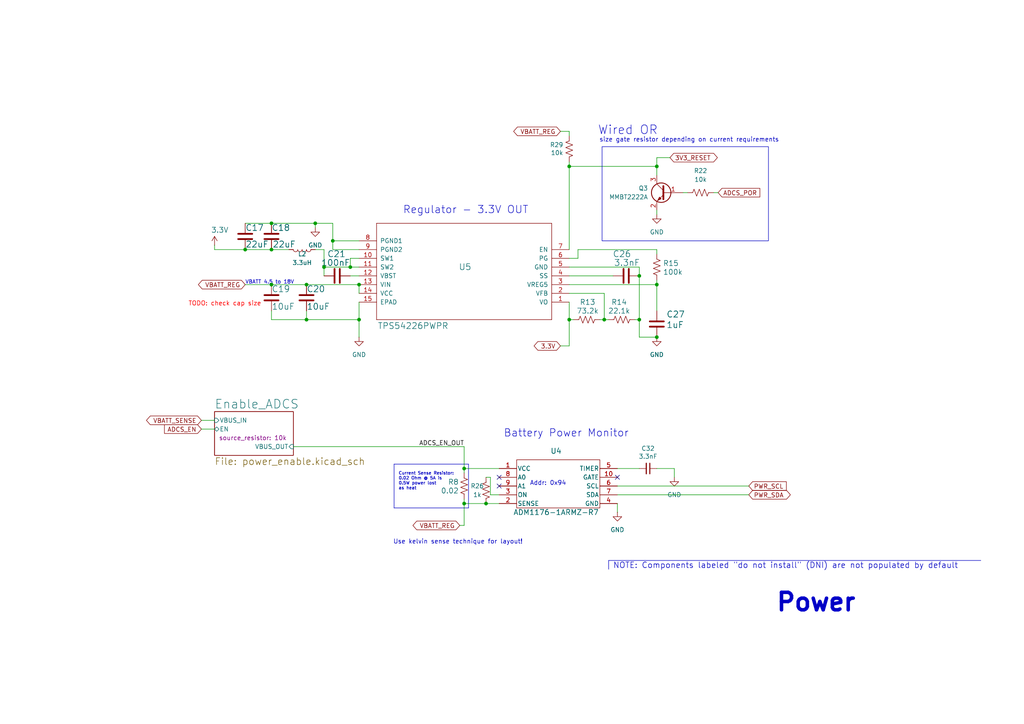
<source format=kicad_sch>
(kicad_sch (version 20250114) (generator "eeschema") (generator_version "9.0")
  (paper "A4")
  (title_block (title "ADCS Main Board") (date "2025-03-23") (rev "v1.2") (company "Stanford Student Space Initiative") (comment 1 "Sage Wu") (comment 2 "From PiCubed"))
  (lib_symbols
    (symbol "Device:C" (pin_numbers (hide yes)) (pin_names (offset 0.254))
      (property "Reference" "C" (at 0.635 2.54 0))
      (property "Value" "C" (at 0.635 -2.54 0))
      (symbol "C_0_1"
        (polyline (pts (xy -2.032 0.762) (xy 2.032 0.762)) (stroke (width 0.508)))
        (polyline (pts (xy -2.032 -0.762) (xy 2.032 -0.762)) (stroke (width 0.508)))
      )
      (symbol "C_1_1"
        (pin passive line (at 0 3.81 270) (length 2.794) (name "~") (number "1"))
        (pin passive line (at 0 -3.81 90) (length 2.794) (name "~") (number "2"))
      )
    )
    (symbol "Device:C_Small" (pin_numbers (hide yes)) (pin_names (offset 0.254) (hide yes))
      (property "Reference" "C" (at 0.254 1.778 0))
      (property "Value" "C_Small" (at 0.254 -2.032 0))
      (symbol "C_Small_0_1"
        (polyline (pts (xy -1.524 0.508) (xy 1.524 0.508)) (stroke (width 0.3048)))
        (polyline (pts (xy -1.524 -0.508) (xy 1.524 -0.508)) (stroke (width 0.3302)))
      )
      (symbol "C_Small_1_1"
        (pin passive line (at 0 2.54 270) (length 2.032) (name "~") (number "1"))
        (pin passive line (at 0 -2.54 90) (length 2.032) (name "~") (number "2"))
      )
    )
    (symbol "Device:L" (pin_numbers (hide yes)) (pin_names (offset 1.016) (hide yes))
      (property "Reference" "L" (at -1.27 0 90))
      (property "Value" "L" (at 1.905 0 90))
      (symbol "L_0_1"
        (arc (start 0 2.54) (mid 0.6323 1.905) (end 0 1.27))
        (arc (start 0 1.27) (mid 0.6323 0.635) (end 0 0))
        (arc (start 0 0) (mid 0.6323 -0.635) (end 0 -1.27))
        (arc (start 0 -1.27) (mid 0.6323 -1.905) (end 0 -2.54))
      )
      (symbol "L_1_1"
        (pin passive line (at 0 3.81 270) (length 1.27) (name "1") (number "1"))
        (pin passive line (at 0 -3.81 90) (length 1.27) (name "2") (number "2"))
      )
    )
    (symbol "Device:R_US" (pin_numbers (hide yes)) (pin_names (offset 0))
      (property "Reference" "R" (at 2.54 0 90))
      (property "Value" "R_US" (at -2.54 0 90))
      (symbol "R_US_0_1"
        (polyline (pts (xy 0 2.286) (xy 0 2.54)))
        (polyline (pts (xy 0 2.286) (xy 1.016 1.905) (xy 0 1.524) (xy -1.016 1.143) (xy 0 0.762)))
        (polyline (pts (xy 0 0.762) (xy 1.016 0.381) (xy 0 0) (xy -1.016 -0.381) (xy 0 -0.762)))
        (polyline (pts (xy 0 -0.762) (xy 1.016 -1.143) (xy 0 -1.524) (xy -1.016 -1.905) (xy 0 -2.286)))
        (polyline (pts (xy 0 -2.286) (xy 0 -2.54)))
      )
      (symbol "R_US_1_1"
        (pin passive line (at 0 3.81 270) (length 1.27) (name "~") (number "1"))
        (pin passive line (at 0 -3.81 90) (length 1.27) (name "~") (number "2"))
      )
    )
    (symbol "Transistor_BJT:MMBT2222A" (pin_names (offset 0) (hide yes))
      (property "Reference" "Q" (at 5.08 1.905 0))
      (property "Value" "MMBT2222A" (at 5.08 0 0))
      (symbol "MMBT2222A_0_1"
        (polyline (pts (xy 0.635 1.905) (xy 0.635 -1.905) (xy 0.635 -1.905)) (stroke (width 0.508)))
        (polyline (pts (xy 0.635 0.635) (xy 2.54 2.54)))
        (polyline (pts (xy 0.635 -0.635) (xy 2.54 -2.54) (xy 2.54 -2.54)))
        (circle (center 1.27 0) (radius 2.8194) (stroke (width 0.254)))
        (polyline (pts (xy 1.27 -1.778) (xy 1.778 -1.27) (xy 2.286 -2.286) (xy 1.27 -1.778) (xy 1.27 -1.778)) (fill (type outline)))
      )
      (symbol "MMBT2222A_1_1"
        (pin input line (at -5.08 0 0) (length 5.715) (name "B") (number "1"))
        (pin passive line (at 2.54 5.08 270) (length 2.54) (name "C") (number "3"))
        (pin passive line (at 2.54 -5.08 90) (length 2.54) (name "E") (number "2"))
      )
    )
    (symbol "power:+3.3V" (power) (pin_numbers (hide yes)) (pin_names (offset 0) (hide yes))
      (property "Value" "+3.3V" (at 0 3.556 0))
      (symbol "+3.3V_0_1"
        (polyline (pts (xy -0.762 1.27) (xy 0 2.54)))
        (polyline (pts (xy 0 2.54) (xy 0.762 1.27)))
        (polyline (pts (xy 0 0) (xy 0 2.54)))
      )
      (symbol "+3.3V_1_1"
        (pin power_in line (at 0 0 90) (length 0) (name "~") (number "1"))
      )
    )
    (symbol "power:GND" (power) (pin_numbers (hide yes)) (pin_names (offset 0) (hide yes))
      (property "Value" "GND" (at 0 -3.81 0))
      (symbol "GND_0_1"
        (polyline (pts (xy 0 0) (xy 0 -1.27) (xy 1.27 -1.27) (xy 0 -2.54) (xy -1.27 -1.27) (xy 0 -1.27)))
      )
      (symbol "GND_1_1"
        (pin power_in line (at 0 0 270) (length 0) (name "~") (number "1"))
      )
    )
    (symbol "ssi_IC:ADM1176-1ARMZ-R7" (pin_names (offset 0.254))
      (property "Reference" "U?" (at 19.05 -10.16 0))
      (property "Value" "ADM1176-1ARMZ-R7" (at 20.32 -26.67 0))
      (property "Datasheet" "https://www.analog.com/media/en/technical-documentation/data-sheets/ADM1176.pdf" (at 2.54 -3.81 0))
      (symbol "ADM1176-1ARMZ-R7_0_1"
        (rectangle (start 7.62 -11.43) (end 31.75 -25.4))
      )
      (symbol "ADM1176-1ARMZ-R7_1_0"
        (pin power_in line (at 2.54 -13.97 0) (length 5.08) (name "VCC") (number "1"))
        (pin input line (at 2.54 -16.51 0) (length 5.08) (name "A0") (number "8"))
        (pin input line (at 2.54 -19.05 0) (length 5.08) (name "A1") (number "9"))
        (pin input line (at 2.54 -21.59 0) (length 5.08) (name "ON") (number "3"))
        (pin input line (at 2.54 -24.13 0) (length 5.08) (name "SENSE") (number "2"))
        (pin input line (at 36.83 -13.97 180) (length 5.08) (name "TIMER") (number "5"))
        (pin output line (at 36.83 -16.51 180) (length 5.08) (name "GATE") (number "10"))
        (pin input line (at 36.83 -19.05 180) (length 5.08) (name "SCL") (number "6"))
        (pin bidirectional line (at 36.83 -21.59 180) (length 5.08) (name "SDA") (number "7"))
        (pin power_in line (at 36.83 -24.13 180) (length 5.08) (name "GND") (number "4"))
      )
    )
    (symbol "ssi_IC:TPS54226PWPR" (pin_names (offset 1.016))
      (property "Reference" "U" (at 28.2956 9.1186 0))
      (property "Value" "TPS54226PWPR" (at 27.6606 6.5786 0))
      (symbol "TPS54226PWPR_1_0"
        (polyline (pts (xy 7.62 5.08) (xy 7.62 -22.86)))
        (polyline (pts (xy 7.62 -22.86) (xy 58.42 -22.86)))
        (polyline (pts (xy 58.42 5.08) (xy 7.62 5.08)))
        (polyline (pts (xy 58.42 -22.86) (xy 58.42 5.08)))
        (pin power_out line (at 2.54 0 0) (length 5.08) (name "VO") (number "1"))
        (pin input line (at 2.54 -2.54 0) (length 5.08) (name "VFB") (number "2"))
        (pin output line (at 2.54 -5.08 0) (length 5.08) (name "VREG5") (number "3"))
        (pin passive line (at 2.54 -7.62 0) (length 5.08) (name "SS") (number "4"))
        (pin power_in line (at 2.54 -10.16 0) (length 5.08) (name "GND") (number "5"))
        (pin output line (at 2.54 -12.7 0) (length 5.08) (name "PG") (number "6"))
        (pin input line (at 2.54 -15.24 0) (length 5.08) (name "EN") (number "7"))
        (pin passive line (at 63.5 0 180) (length 5.08) (name "EPAD") (number "15"))
        (pin input line (at 63.5 -2.54 180) (length 5.08) (name "VCC") (number "14"))
        (pin input line (at 63.5 -5.08 180) (length 5.08) (name "VIN") (number "13"))
        (pin input line (at 63.5 -7.62 180) (length 5.08) (name "VBST") (number "12"))
        (pin passive line (at 63.5 -10.16 180) (length 5.08) (name "SW2") (number "11"))
        (pin passive line (at 63.5 -12.7 180) (length 5.08) (name "SW1") (number "10"))
        (pin power_in line (at 63.5 -15.24 180) (length 5.08) (name "PGND2") (number "9"))
        (pin power_in line (at 63.5 -17.78 180) (length 5.08) (name "PGND1") (number "8"))
      )
    )
  )
  (rectangle (start 174.625 42.545) (end 222.885 69.85))
  (text "Addr: 0x94" (at 153.67 140.97 0) (effects (font (size 1.27 1.27)) (justify left bottom)))
  (text "Power" (at 224.79 177.8 0) (effects (font (size 5.08 5.08) (thickness 1.016) (bold yes)) (justify left bottom)))
  (text "size gate resistor depending on current requirements" (at 199.898 40.64 0) (effects (font (size 1.27 1.27))))
  (text "Battery Power Monitor" (at 146.05 127 0) (effects (font (size 2.159 2.159)) (justify left bottom)))
  (text "VBATT 4.5 to 18V" (at 71.12 82.55 0) (effects (font (size 1.0668 1.0668)) (justify left bottom)))
  (text "Current Sense Resistor:\n0.02 Ohm @ 5A is\n0.5W power lost\nas heat" (at 115.57 142.24 0) (effects (font (size 0.889 0.889)) (justify left bottom)))
  (text "Wired OR" (at 182.118 37.846 0) (effects (font (size 2.54 2.54))))
  (text "TODO: check cap size" (at 54.61 88.9 0) (effects (font (size 1.27 1.27)) (justify left bottom)))
  (text "Regulator - 3.3V OUT" (at 116.84 62.23 0) (effects (font (size 2.159 2.159)) (justify left bottom)))
  (text "NOTE: Components labeled \"do not install\" (DNI) are not populated by default" (at 177.8 165.1 0) (effects (font (size 1.651 1.651)) (justify left bottom)))
  (text "Use kelvin sense technique for layout!" (at 132.842 157.226 0) (effects (font (size 1.27 1.27))))
  (junction (at 88.9 82.55))
  (junction (at 96.52 69.85))
  (junction (at 140.97 146.05))
  (junction (at 190.5 82.55))
  (junction (at 78.74 64.77))
  (junction (at 93.98 77.47))
  (junction (at 71.12 72.39))
  (junction (at 104.14 92.71))
  (junction (at 78.74 82.55))
  (junction (at 185.42 80.01))
  (junction (at 165.1 92.71))
  (junction (at 104.14 82.55))
  (junction (at 190.5 97.79))
  (junction (at 165.1 48.26))
  (junction (at 190.5 48.26))
  (junction (at 78.74 72.39))
  (junction (at 134.62 146.05))
  (junction (at 91.44 64.77))
  (junction (at 101.6 77.47))
  (junction (at 185.42 92.71))
  (junction (at 175.26 92.71))
  (junction (at 88.9 92.71))
  (junction (at 134.62 135.89))
  (no_connect (at 179.07 138.43))
  (no_connect (at 144.78 140.97))
  (no_connect (at 144.78 138.43))
  (wire (pts (xy 190.5 82.55) (xy 190.5 90.17)))
  (wire (pts (xy 85.09 129.54) (xy 134.62 129.54)))
  (wire (pts (xy 184.15 92.71) (xy 185.42 92.71)))
  (wire (pts (xy 167.64 74.93) (xy 165.1 74.93)))
  (wire (pts (xy 91.44 64.77) (xy 96.52 64.77)))
  (wire (pts (xy 78.74 92.71) (xy 78.74 90.17)))
  (wire (pts (xy 207.01 55.88) (xy 208.28 55.88)))
  (wire (pts (xy 165.1 92.71) (xy 166.37 92.71)))
  (wire (pts (xy 140.97 146.05) (xy 144.78 146.05)))
  (wire (pts (xy 175.26 92.71) (xy 176.53 92.71)))
  (wire (pts (xy 179.07 135.89) (xy 185.42 135.89)))
  (wire (pts (xy 179.07 143.51) (xy 217.17 143.51)))
  (wire (pts (xy 133.35 152.4) (xy 134.62 152.4)))
  (wire (pts (xy 88.9 92.71) (xy 104.14 92.71)))
  (wire (pts (xy 78.74 64.77) (xy 91.44 64.77)))
  (wire (pts (xy 179.07 140.97) (xy 217.17 140.97)))
  (wire (pts (xy 190.5 81.28) (xy 190.5 82.55)))
  (wire (pts (xy 165.1 87.63) (xy 165.1 92.71)))
  (polyline (pts (xy 176.53 165.1) (xy 176.53 162.56)))
  (wire (pts (xy 96.52 64.77) (xy 96.52 69.85)))
  (wire (pts (xy 88.9 92.71) (xy 88.9 90.17)))
  (wire (pts (xy 101.6 77.47) (xy 101.6 74.93)))
  (wire (pts (xy 104.14 92.71) (xy 104.14 97.79)))
  (wire (pts (xy 190.5 72.39) (xy 190.5 73.66)))
  (wire (pts (xy 93.98 77.47) (xy 93.98 72.39)))
  (wire (pts (xy 104.14 87.63) (xy 104.14 92.71)))
  (wire (pts (xy 165.1 48.26) (xy 190.5 48.26)))
  (wire (pts (xy 88.9 82.55) (xy 104.14 82.55)))
  (wire (pts (xy 104.14 80.01) (xy 101.6 80.01)))
  (wire (pts (xy 190.5 60.96) (xy 190.5 62.23)))
  (polyline (pts (xy 135.89 147.32) (xy 114.3 147.32)))
  (wire (pts (xy 71.12 72.39) (xy 78.74 72.39)))
  (wire (pts (xy 142.24 143.51) (xy 144.78 143.51)))
  (wire (pts (xy 165.1 46.99) (xy 165.1 48.26)))
  (polyline (pts (xy 135.89 134.62) (xy 135.89 147.32)))
  (wire (pts (xy 104.14 74.93) (xy 101.6 74.93)))
  (wire (pts (xy 93.98 80.01) (xy 93.98 77.47)))
  (wire (pts (xy 91.44 72.39) (xy 93.98 72.39)))
  (wire (pts (xy 71.12 64.77) (xy 78.74 64.77)))
  (wire (pts (xy 179.07 148.59) (xy 179.07 146.05)))
  (polyline (pts (xy 114.3 134.62) (xy 135.89 134.62)))
  (wire (pts (xy 165.1 77.47) (xy 185.42 77.47)))
  (wire (pts (xy 78.74 82.55) (xy 88.9 82.55)))
  (wire (pts (xy 190.5 72.39) (xy 167.64 72.39)))
  (wire (pts (xy 134.62 135.89) (xy 134.62 129.54)))
  (wire (pts (xy 96.52 72.39) (xy 104.14 72.39)))
  (wire (pts (xy 198.12 55.88) (xy 199.39 55.88)))
  (wire (pts (xy 175.26 85.09) (xy 175.26 92.71)))
  (wire (pts (xy 165.1 82.55) (xy 190.5 82.55)))
  (wire (pts (xy 165.1 48.26) (xy 165.1 72.39)))
  (wire (pts (xy 134.62 146.05) (xy 140.97 146.05)))
  (wire (pts (xy 62.23 72.39) (xy 71.12 72.39)))
  (wire (pts (xy 195.58 138.43) (xy 195.58 135.89)))
  (wire (pts (xy 185.42 97.79) (xy 190.5 97.79)))
  (wire (pts (xy 91.44 64.77) (xy 91.44 66.04)))
  (wire (pts (xy 165.1 80.01) (xy 177.8 80.01)))
  (wire (pts (xy 165.1 92.71) (xy 165.1 100.33)))
  (wire (pts (xy 190.5 45.72) (xy 194.31 45.72)))
  (wire (pts (xy 195.58 135.89) (xy 190.5 135.89)))
  (wire (pts (xy 190.5 45.72) (xy 190.5 48.26)))
  (wire (pts (xy 165.1 100.33) (xy 162.56 100.33)))
  (wire (pts (xy 165.1 38.1) (xy 165.1 39.37)))
  (wire (pts (xy 185.42 77.47) (xy 185.42 80.01)))
  (wire (pts (xy 165.1 85.09) (xy 175.26 85.09)))
  (wire (pts (xy 58.42 124.46) (xy 62.23 124.46)))
  (wire (pts (xy 142.24 143.51) (xy 142.24 138.43)))
  (wire (pts (xy 190.5 48.26) (xy 190.5 50.8)))
  (wire (pts (xy 62.23 71.12) (xy 62.23 72.39)))
  (polyline (pts (xy 176.53 162.56) (xy 284.48 162.56)))
  (wire (pts (xy 104.14 85.09) (xy 104.14 82.55)))
  (polyline (pts (xy 114.3 147.32) (xy 114.3 134.62)))
  (wire (pts (xy 96.52 69.85) (xy 96.52 72.39)))
  (wire (pts (xy 185.42 92.71) (xy 185.42 97.79)))
  (wire (pts (xy 134.62 135.89) (xy 134.62 137.16)))
  (wire (pts (xy 165.1 38.1) (xy 162.56 38.1)))
  (wire (pts (xy 104.14 77.47) (xy 101.6 77.47)))
  (wire (pts (xy 185.42 80.01) (xy 185.42 92.71)))
  (wire (pts (xy 134.62 146.05) (xy 134.62 152.4)))
  (wire (pts (xy 78.74 92.71) (xy 88.9 92.71)))
  (wire (pts (xy 134.62 135.89) (xy 144.78 135.89)))
  (wire (pts (xy 142.24 138.43) (xy 140.97 138.43)))
  (wire (pts (xy 78.74 72.39) (xy 83.82 72.39)))
  (wire (pts (xy 58.42 121.92) (xy 62.23 121.92)))
  (wire (pts (xy 104.14 69.85) (xy 96.52 69.85)))
  (wire (pts (xy 134.62 144.78) (xy 134.62 146.05)))
  (wire (pts (xy 101.6 77.47) (xy 93.98 77.47)))
  (wire (pts (xy 71.12 82.55) (xy 78.74 82.55)))
  (wire (pts (xy 173.99 92.71) (xy 175.26 92.71)))
  (wire (pts (xy 167.64 72.39) (xy 167.64 74.93)))
  (label "ADCS_EN_OUT" (at 134.62 129.54 180))
  (global_label "PWR_SDA" (shape bidirectional) (at 217.17 143.51 0) (property "Intersheetrefs" "${INTERSHEET_REFS}" (effects (hide yes))))
  (global_label "VBATT_REG" (shape bidirectional) (at 162.56 38.1 180) (property "Intersheetrefs" "${INTERSHEET_REFS}" (effects (hide yes))))
  (global_label "VBATT_REG" (shape bidirectional) (at 71.12 82.55 180) (property "Intersheetrefs" "${INTERSHEET_REFS}" (effects (hide yes))))
  (global_label "3V3_RESET" (shape bidirectional) (at 194.31 45.72 0) (property "Intersheetrefs" "${INTERSHEET_REFS}" (effects (hide yes))))
  (global_label "VBATT_SENSE" (shape bidirectional) (at 58.42 121.92 180) (property "Intersheetrefs" "${INTERSHEET_REFS}" (effects (hide yes))))
  (global_label "ADCS_EN" (shape input) (at 58.42 124.46 180) (property "Intersheetrefs" "${INTERSHEET_REFS}" (effects (hide yes))))
  (global_label "PWR_SCL" (shape input) (at 217.17 140.97 0) (property "Intersheetrefs" "${INTERSHEET_REFS}" (effects (hide yes))))
  (global_label "VBATT_REG" (shape bidirectional) (at 133.35 152.4 180) (property "Intersheetrefs" "${INTERSHEET_REFS}" (effects (hide yes))))
  (global_label "ADCS_POR" (shape input) (at 208.28 55.88 0) (property "Intersheetrefs" "${INTERSHEET_REFS}" (effects (hide yes))))
  (global_label "3.3V" (shape bidirectional) (at 162.56 100.33 180) (property "Intersheetrefs" "${INTERSHEET_REFS}" (effects (hide yes))))
  (symbol (lib_id "Device:C") (at 97.79 80.01 90) (unit 1)
    (property "Reference" "C21" (at 100.33 72.644 90) (effects (font (size 1.778 1.778)) (justify left bottom)))
    (property "Value" "100nF" (at 101.6 75.184 90) (effects (font (size 1.778 1.778)) (justify left bottom)))
    (property "Footprint" "Capacitor_SMD:C_0603_1608Metric" (effects (hide yes)))
    (property "Description" "Unpolarized capacitor" (effects (hide yes)))
  )
  (symbol (lib_id "Device:R_US") (at 180.34 92.71 270) (unit 1)
    (property "Reference" "R14" (at 179.578 87.63 90) (effects (font (size 1.4986 1.4986))))
    (property "Value" "22.1k" (at 179.578 90.17 90) (effects (font (size 1.4986 1.4986))))
    (property "Footprint" "Resistor_SMD:R_0603_1608Metric" (effects (hide yes)))
    (property "Description" "Resistor, US symbol" (effects (hide yes)))
  )
  (symbol (lib_id "Device:R_US") (at 134.62 140.97 180) (unit 1)
    (property "Reference" "R8" (at 133.096 138.938 0) (effects (font (size 1.4986 1.4986)) (justify left bottom)))
    (property "Value" "0.02" (at 133.096 141.478 0) (effects (font (size 1.4986 1.4986)) (justify left bottom)))
    (property "Footprint" "Resistor_SMD:R_2512_6332Metric" (effects (hide yes)))
    (property "Description" "Resistor, US symbol" (effects (hide yes)))
  )
  (symbol (lib_id "Device:C") (at 190.5 93.98 0) (unit 1)
    (property "Reference" "C27" (at 193.2432 91.1606 0) (effects (font (size 1.778 1.778)) (justify left)))
    (property "Value" "1uF" (at 193.2432 94.234 0) (effects (font (size 1.778 1.778)) (justify left)))
    (property "Footprint" "Capacitor_SMD:C_0603_1608Metric" (effects (hide yes)))
    (property "Description" "Unpolarized capacitor" (effects (hide yes)))
  )
  (symbol (lib_id "Device:C") (at 71.12 68.58 0) (unit 1)
    (property "Reference" "C17" (at 71.12 67.056 0) (effects (font (size 1.778 1.778)) (justify left bottom)))
    (property "Value" "22uF" (at 71.12 71.882 0) (effects (font (size 1.778 1.778)) (justify left bottom)))
    (property "Footprint" "Capacitor_SMD:C_0603_1608Metric" (effects (hide yes)))
    (property "Description" "Unpolarized capacitor" (effects (hide yes)))
  )
  (symbol (lib_id "Device:R_US") (at 190.5 77.47 0) (unit 1)
    (property "Reference" "R15" (at 192.278 77.216 0) (effects (font (size 1.4986 1.4986)) (justify left bottom)))
    (property "Value" "100k" (at 192.278 79.756 0) (effects (font (size 1.4986 1.4986)) (justify left bottom)))
    (property "Footprint" "Resistor_SMD:R_0603_1608Metric" (effects (hide yes)))
    (property "Description" "Resistor, US symbol" (effects (hide yes)))
  )
  (symbol (lib_id "Device:L") (at 87.63 72.39 270) (unit 1)
    (property "Reference" "L2" (at 87.63 73.66 90))
    (property "Value" "3.3uH" (at 87.63 76.2 90))
    (property "Footprint" "ssi_inductor:L_2141" (effects (hide yes)))
    (property "Description" "Inductor" (effects (hide yes)))
    (property "Flight" "SPM5030T-3R3M-HZ" (effects (hide yes)))
    (property "Manufacturer_Name" "TAI-TECH" (effects (hide yes)))
    (property "Manufacturer_Part_Number" "HPC5040NF-3R3MTH" (effects (hide yes)))
    (property "Proto" "HPC5040NF-3R3MTH" (effects (hide yes)))
  )
  (symbol (lib_id "ssi_IC:ADM1176-1ARMZ-R7") (at 142.24 121.92 0) (unit 1)
    (property "Reference" "U4" (at 161.29 130.81 0) (effects (font (size 1.524 1.524))))
    (property "Value" "ADM1176-1ARMZ-R7" (at 161.29 148.59 0) (effects (font (size 1.524 1.524))))
    (property "Footprint" "ssi_IC:ADM1176-1ARMZ-R7" (effects (hide yes)))
    (property "Datasheet" "https://www.analog.com/media/en/technical-documentation/data-sheets/ADM1176.pdf" (effects (hide yes)))
    (property "Description" "Power Monitor" (effects (hide yes)))
    (property "Flight" "ADM1176-1ARMZ-R7" (effects (hide yes)))
    (property "Manufacturer_Name" "Analog Devices Inc." (effects (hide yes)))
    (property "Manufacturer_Part_Number" "ADM1176-1ARMZ-R7" (effects (hide yes)))
    (property "Proto" "ADM1176-1ARMZ-R7" (effects (hide yes)))
  )
  (symbol (lib_id "Device:R_US") (at 140.97 142.24 0) (mirror x) (unit 1)
    (property "Reference" "R26" (at 138.43 140.97 0))
    (property "Value" "1k" (at 138.43 143.51 0))
    (property "Footprint" "Resistor_SMD:R_0603_1608Metric" (effects (hide yes)))
    (property "Description" "1K 0603" (effects (hide yes)))
  )
  (symbol (lib_id "Device:C_Small") (at 187.96 135.89 270) (unit 1)
    (property "Reference" "C32" (at 187.96 130.0734 90))
    (property "Value" "3.3nF" (at 187.96 132.3848 90))
    (property "Footprint" "Capacitor_SMD:C_0603_1608Metric" (effects (hide yes)))
    (property "Description" "3.3nF +-10% 100V X7R 0603" (effects (hide yes)))
  )
  (symbol (lib_id "Device:R_US") (at 165.1 43.18 0) (mirror y) (unit 1)
    (property "Reference" "R29" (at 163.3982 42.0116 0) (effects (justify left)))
    (property "Value" "10k" (at 163.3982 44.323 0) (effects (justify left)))
    (property "Footprint" "Resistor_SMD:R_0603_1608Metric" (effects (hide yes)))
    (property "Description" "73.2K 0603" (effects (hide yes)))
  )
  (symbol (lib_id "Device:C") (at 78.74 86.36 0) (unit 1)
    (property "Reference" "C19" (at 78.74 84.836 0) (effects (font (size 1.778 1.778)) (justify left bottom)))
    (property "Value" "10uF" (at 78.74 89.916 0) (effects (font (size 1.778 1.778)) (justify left bottom)))
    (property "Footprint" "Capacitor_SMD:C_0603_1608Metric" (effects (hide yes)))
    (property "Description" "Unpolarized capacitor" (effects (hide yes)))
  )
  (symbol (lib_id "Device:R_US") (at 170.18 92.71 270) (unit 1)
    (property "Reference" "R13" (at 170.434 87.63 90) (effects (font (size 1.4986 1.4986))))
    (property "Value" "73.2k" (at 170.434 90.17 90) (effects (font (size 1.4986 1.4986))))
    (property "Footprint" "Resistor_SMD:R_0603_1608Metric" (effects (hide yes)))
    (property "Description" "Resistor, US symbol" (effects (hide yes)))
  )
  (symbol (lib_id "Device:C") (at 181.61 80.01 90) (unit 1)
    (property "Reference" "C26" (at 183.134 72.644 90) (effects (font (size 1.778 1.778)) (justify left bottom)))
    (property "Value" "3.3nF" (at 185.674 75.184 90) (effects (font (size 1.778 1.778)) (justify left bottom)))
    (property "Footprint" "Capacitor_SMD:C_0603_1608Metric" (effects (hide yes)))
    (property "Description" "Unpolarized capacitor" (effects (hide yes)))
  )
  (symbol (lib_id "Device:C") (at 78.74 68.58 0) (unit 1)
    (property "Reference" "C18" (at 78.74 67.056 0) (effects (font (size 1.778 1.778)) (justify left bottom)))
    (property "Value" "22uF" (at 78.994 71.882 0) (effects (font (size 1.778 1.778)) (justify left bottom)))
    (property "Footprint" "Capacitor_SMD:C_0603_1608Metric" (effects (hide yes)))
    (property "Description" "Unpolarized capacitor" (effects (hide yes)))
  )
  (symbol (lib_id "Device:C") (at 88.9 86.36 0) (unit 1)
    (property "Reference" "C20" (at 88.9 84.836 0) (effects (font (size 1.778 1.778)) (justify left bottom)))
    (property "Value" "10uF" (at 88.9 89.916 0) (effects (font (size 1.778 1.778)) (justify left bottom)))
    (property "Footprint" "Capacitor_SMD:C_0603_1608Metric" (effects (hide yes)))
    (property "Description" "Unpolarized capacitor" (effects (hide yes)))
  )
  (symbol (lib_id "ssi_IC:TPS54226PWPR") (at 167.64 87.63 180) (unit 1)
    (property "Reference" "U5" (at 136.8044 76.4286 0) (effects (font (size 1.7526 1.7526)) (justify left bottom)))
    (property "Value" "TPS54226PWPR" (at 109.474 95.504 0) (effects (font (size 1.7526 1.7526)) (justify right top)))
    (property "Footprint" "ssi_IC:PWP14_2P31X2P46-L" (effects (hide yes)))
    (property "Datasheet" "https://www.ti.com/lit/gpn/tps54226" (effects (hide yes)))
    (property "Description" "3.3V Switching Regulator" (effects (hide yes)))
    (property "Flight" "TPS54226PWPR" (effects (hide yes)))
    (property "Manufacturer_Name" "Texas Instruments" (effects (hide yes)))
    (property "Manufacturer_Part_Number" "TPS54226PWPR" (effects (hide yes)))
    (property "Proto" "TPS54226PWPR" (effects (hide yes)))
  )
  (symbol (lib_id "power:GND") (at 179.07 148.59 0) (unit 1)
    (property "Reference" "#PWR03" (effects (hide yes)))
    (property "Value" "GND" (at 179.07 153.67 0))
  )
  (symbol (lib_id "power:GND") (at 190.5 62.23 0) (unit 1)
    (property "Reference" "#PWR084" (effects (hide yes)))
    (property "Value" "GND" (at 190.5 67.31 0))
  )
  (symbol (lib_id "power:GND") (at 195.58 138.43 0) (unit 1)
    (property "Reference" "#PWR03" (effects (hide yes)))
    (property "Value" "GND" (at 195.58 143.51 0))
  )
  (symbol (lib_id "power:+3.3V") (at 62.23 71.12 0) (unit 1)
    (property "Reference" "#SUPPLY03" (effects (hide yes)))
    (property "Value" "3.3V" (at 61.214 67.564 0) (effects (font (size 1.4986 1.4986)) (justify left bottom)))
    (property "Description" "Power symbol creates a global label with name \"+3.3V\"" (effects (hide yes)))
  )
  (symbol (lib_id "power:GND") (at 104.14 97.79 0) (unit 1)
    (property "Reference" "#PWR03" (effects (hide yes)))
    (property "Value" "GND" (at 104.14 102.87 0))
  )
  (symbol (lib_id "power:GND") (at 190.5 97.79 0) (unit 1)
    (property "Reference" "#PWR03" (effects (hide yes)))
    (property "Value" "GND" (at 190.5 102.87 0))
  )
  (symbol (lib_id "Transistor_BJT:MMBT2222A") (at 193.04 55.88 0) (mirror y) (unit 1)
    (property "Reference" "Q3" (at 187.96 54.6099 0) (effects (justify left)))
    (property "Value" "MMBT2222A" (at 187.96 57.1499 0) (effects (justify left)))
    (property "Footprint" "Package_TO_SOT_SMD:SOT-23" (effects (hide yes)))
    (property "Datasheet" "https://assets.nexperia.com/documents/data-sheet/MMBT2222A.pdf" (effects (hide yes)))
    (property "Description" "600mA Ic, 40V Vce, NPN Transistor, SOT-23" (effects (hide yes)))
  )
  (symbol (lib_id "power:GND") (at 91.44 66.04 0) (unit 1)
    (property "Reference" "#PWR03" (effects (hide yes)))
    (property "Value" "GND" (at 91.44 71.12 0))
  )
  (symbol (lib_id "Device:R_US") (at 203.2 55.88 90) (unit 1)
    (property "Reference" "R22" (at 203.2 49.53 90))
    (property "Value" "10k" (at 203.2 52.07 90))
    (property "Footprint" "Resistor_SMD:R_0603_1608Metric" (effects (hide yes)))
    (property "Description" "Resistor, US symbol" (effects (hide yes)))
  )
  (sheet (at 62.23 119.38) (size 22.86 12.7) (stroke (width 0.1524))
    (property "Sheetname" "Enable_ADCS" (at 62.23 118.6684 0) (effects (font (size 2.54 2.54)) (justify left bottom)))
    (property "Sheetfile" "power_enable.kicad_sch" (at 62.23 132.6646 0) (effects (font (size 2 2)) (justify left top)))
    (property "source_resistor" "10k" (at 73.3298 127 0) (show_name yes))
    (pin "VBUS_IN" input (at 62.23 121.92 180))
    (pin "EN" bidirectional (at 62.23 124.46 180))
    (pin "VBUS_OUT" input (at 85.09 129.54 0))
  )
)
</source>
